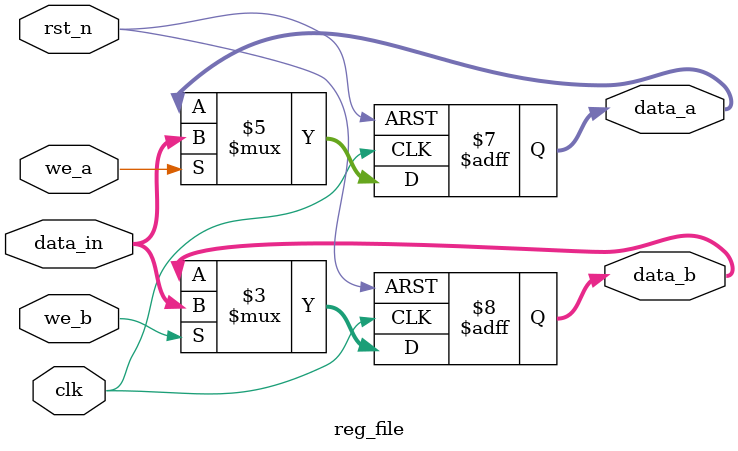
<source format=v>
module reg_file(
	input wire clk,  //系統時脈
	input wire rst_n,  //非同步Reset(低有效)
	input wire we_a,   // Write Enable for Reg A
	input wire we_b,   // Write Enable for Reg B
	input wire [7:0] data_in,  //寫入資料
	output reg [7:0] data_a,   // Reg A內容
	output reg [7:0] data_b    // Reg B內容
	
);

//寄存器寫入邏輯
always @ (posedge clk or negedge rst_n) begin
	if (!rst_n) begin
		data_a <= 8'd0;
		data_b <= 8'd0;
	end else begin
		if (we_a)
			data_a <= data_in;
		if (we_b)
			data_b <= data_in;
		end
end
endmodule
</source>
